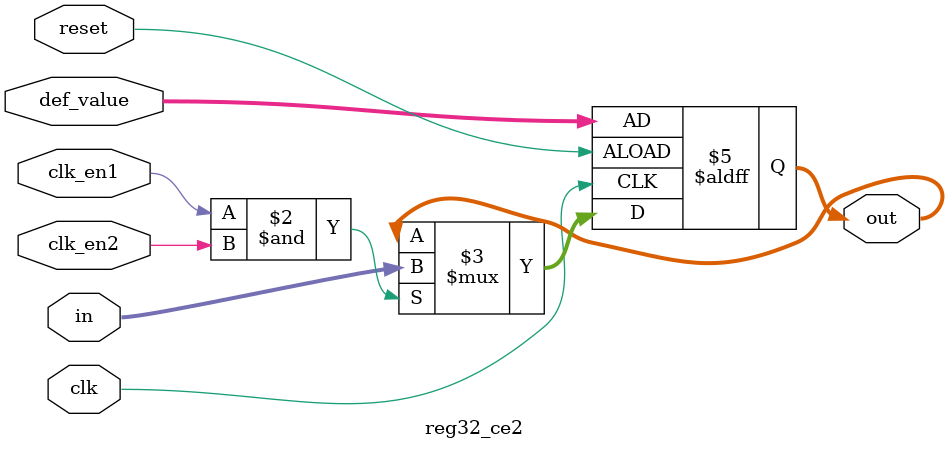
<source format=v>

module reg32_ce2 (in, reset, def_value, clk_en1, clk_en2, out, clk);
    input  [31:0] in;
    input  reset;
    input  [31:0] def_value;
    output [31:0] out;
    input  clk;
    input  clk_en1, clk_en2;

    reg [31:0] out;
 
    always @ (posedge clk or posedge reset) begin
        if (reset)
            out <= def_value;
        else if (clk_en1 & clk_en2)
            out <= in;
    end

endmodule

</source>
